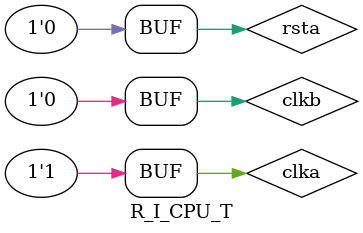
<source format=v>
`timescale 1ns / 1ps


module R_I_CPU_T;

	// Inputs
	reg clka;
	reg clkb;
	reg rsta;

	// Outputs
	wire ofa;
	wire zfa;
	wire [31 : 0] douta;

	// Instantiate the Unit Under Test (UUT)
	R_I_CPU uut (
		.clka(clka), 
		.clkb(clkb), 
		.rsta(rsta), 
		.ofa(ofa), 
		.zfa(zfa), 
		.douta(douta)
	);

	initial begin
		// Initialize Inputs
		clka = 0;
		clkb = 0;
		rsta = 0;

		// Wait 100 ns for global reset to finish
		#100;
        
		// Add stimulus here
    clka = 1;
    
    #100;
    clka = 0;
    
    #100;
    clka = 1;
    
    #100;
    clka = 0;
    
    #100;
    clka = 1;
    
    #100;
    clka = 0;
    
    #100;
    clka = 1;
    
    #100;
    clka = 0;
    
    #100;
    clka = 1;
    
    #100;
    clka = 0;
    
    #100;
    clka = 1;
    #100;
    clka = 0;
    
    #100;
    clka = 1;
    #100;
    clka = 0;
    rsta = 1;
    
    #100;
    clka = 1;
    rsta = 0;
    
    #100;
    clka = 0;
    
    #100;
    clka = 1;
    #100;
    clka = 0;
    
    #100;
    clka = 1;
    #100;
    clka = 0;
    
    #100;
    clka = 1;
    #100;
    clka = 0;
    
    #100;
    clka = 1;
    #100;
    clka = 0;
    
    #100;
    clka = 1;
    #100;
    clka = 0;
    
    #100;
    clka = 1;
	end
      
endmodule


</source>
